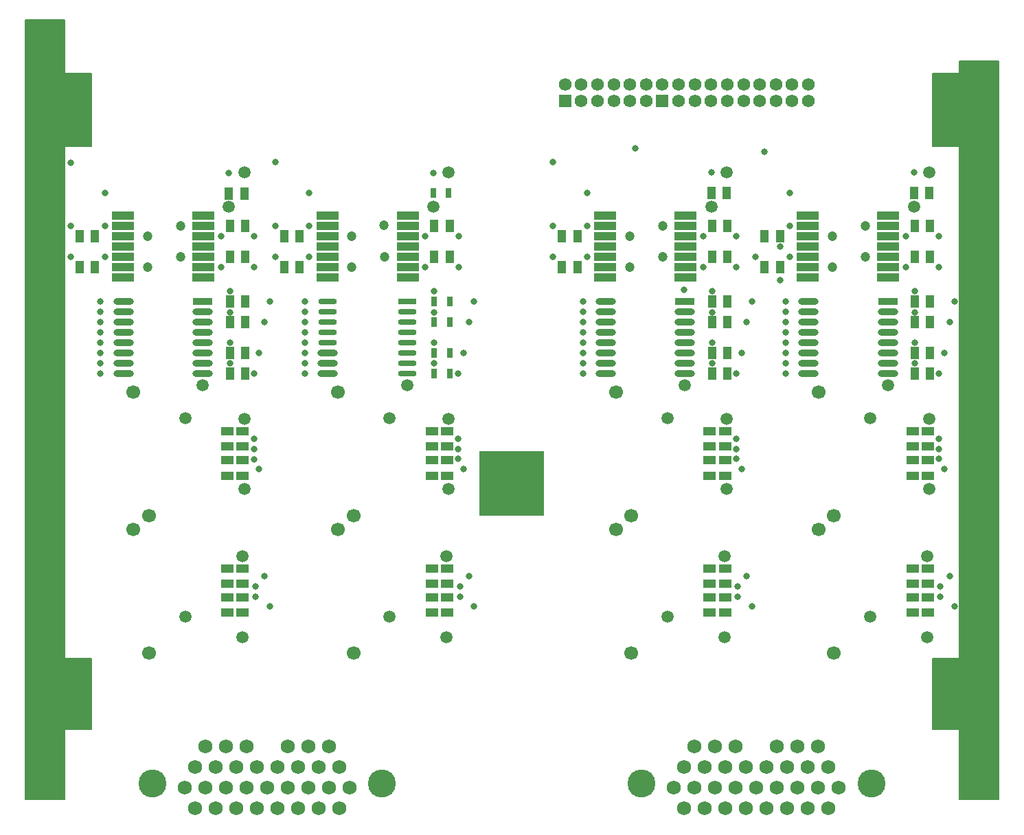
<source format=gbs>
G04*
G04 #@! TF.GenerationSoftware,Altium Limited,Altium Designer,20.1.10 (176)*
G04*
G04 Layer_Color=16711935*
%FSAX42Y42*%
%MOMM*%
G71*
G04*
G04 #@! TF.SameCoordinates,05C6C66F-C92C-4908-9B6B-627AEAEC3FAA*
G04*
G04*
G04 #@! TF.FilePolarity,Negative*
G04*
G01*
G75*
%ADD14R,8.00X8.00*%
%ADD15R,2.74X1.02*%
%ADD16R,1.00X1.50*%
%ADD20O,2.49X0.90*%
%ADD21R,2.49X0.90*%
%ADD26C,1.70*%
%ADD27C,3.45*%
%ADD28C,1.73*%
%ADD29C,1.57*%
%ADD30R,1.57X1.57*%
%ADD31C,6.71*%
%ADD32C,6.55*%
%ADD33C,4.01*%
%ADD34C,0.80*%
%ADD35C,1.20*%
%ADD36C,1.50*%
%ADD38R,0.80X1.30*%
%ADD42O,2.29X0.70*%
%ADD43R,2.29X0.70*%
%ADD65R,1.50X1.00*%
G36*
X005809Y022685D02*
X005811Y022684D01*
X005812Y022684D01*
X005813Y022683D01*
X005814Y022683D01*
X005815Y022682D01*
X005816Y022681D01*
X005817Y022680D01*
X005818Y022678D01*
X005818Y022677D01*
X005818Y022676D01*
X005818Y022675D01*
Y022024D01*
X006138D01*
X006140Y022024D01*
X006141Y022024D01*
X006142Y022024D01*
X006143Y022023D01*
X006145Y022022D01*
X006146Y022021D01*
X006146Y022020D01*
X006147Y022019D01*
X006148Y022018D01*
X006148Y022017D01*
X006148Y022016D01*
X006148Y022014D01*
Y021125D01*
X006148Y021124D01*
X006148Y021123D01*
X006148Y021121D01*
X006147Y021120D01*
X006146Y021119D01*
X006146Y021118D01*
X006145Y021117D01*
X006143Y021116D01*
X006142Y021116D01*
X006141Y021115D01*
X006140Y021115D01*
X006138Y021115D01*
X005818D01*
Y014811D01*
X006138D01*
X006140Y014811D01*
X006141Y014810D01*
X006142Y014810D01*
X006143Y014809D01*
X006145Y014809D01*
X006146Y014808D01*
X006146Y014807D01*
X006147Y014806D01*
X006148Y014804D01*
X006148Y014803D01*
X006148Y014802D01*
X006148Y014801D01*
Y013937D01*
X006148Y013936D01*
X006148Y013934D01*
X006148Y013933D01*
X006147Y013932D01*
X006146Y013931D01*
X006146Y013930D01*
X006145Y013929D01*
X006143Y013928D01*
X006142Y013928D01*
X006141Y013927D01*
X006140Y013927D01*
X006138Y013927D01*
X005818D01*
Y013073D01*
X005818Y013072D01*
X005818Y013071D01*
X005818Y013070D01*
X005817Y013068D01*
X005816Y013067D01*
X005815Y013066D01*
X005814Y013065D01*
X005813Y013065D01*
X005812Y013064D01*
X005811Y013064D01*
X005809Y013063D01*
X005808Y013063D01*
X005326D01*
X005324Y013063D01*
X005323Y013064D01*
X005322Y013064D01*
X005320Y013065D01*
X005319Y013065D01*
X005318Y013066D01*
X005317Y013067D01*
X005317Y013068D01*
X005316Y013070D01*
X005316Y013071D01*
X005315Y013072D01*
X005315Y013073D01*
Y022675D01*
X005315Y022676D01*
X005316Y022677D01*
X005316Y022678D01*
X005317Y022680D01*
X005317Y022681D01*
X005318Y022682D01*
X005319Y022683D01*
X005320Y022683D01*
X005322Y022684D01*
X005323Y022684D01*
X005324Y022685D01*
X005326Y022685D01*
X005808D01*
X005809Y022685D01*
D02*
G37*
G36*
X017327Y022177D02*
X017328Y022177D01*
X017329Y022176D01*
X017331Y022176D01*
X017332Y022175D01*
X017333Y022174D01*
X017334Y022173D01*
X017334Y022172D01*
X017335Y022171D01*
X017335Y022170D01*
X017336Y022168D01*
X017336Y022167D01*
Y013073D01*
X017336Y013072D01*
X017335Y013071D01*
X017335Y013070D01*
X017334Y013068D01*
X017334Y013067D01*
X017333Y013066D01*
X017332Y013065D01*
X017331Y013065D01*
X017329Y013064D01*
X017328Y013064D01*
X017327Y013063D01*
X017326Y013063D01*
X016843D01*
X016842Y013063D01*
X016840Y013064D01*
X016839Y013064D01*
X016838Y013065D01*
X016837Y013065D01*
X016836Y013066D01*
X016835Y013067D01*
X016834Y013068D01*
X016834Y013070D01*
X016833Y013071D01*
X016833Y013072D01*
X016833Y013073D01*
Y013927D01*
X016513D01*
X016511Y013927D01*
X016510Y013927D01*
X016509Y013928D01*
X016508Y013928D01*
X016507Y013929D01*
X016506Y013930D01*
X016505Y013931D01*
X016504Y013932D01*
X016503Y013933D01*
X016503Y013934D01*
X016503Y013936D01*
X016503Y013937D01*
Y014801D01*
X016503Y014802D01*
X016503Y014803D01*
X016503Y014804D01*
X016504Y014806D01*
X016505Y014807D01*
X016506Y014808D01*
X016507Y014809D01*
X016508Y014809D01*
X016509Y014810D01*
X016510Y014810D01*
X016511Y014811D01*
X016513Y014811D01*
X016833D01*
Y021115D01*
X016513D01*
X016511Y021115D01*
X016510Y021115D01*
X016509Y021116D01*
X016508Y021116D01*
X016507Y021117D01*
X016506Y021118D01*
X016505Y021119D01*
X016504Y021120D01*
X016503Y021121D01*
X016503Y021123D01*
X016503Y021124D01*
X016503Y021125D01*
Y022014D01*
X016503Y022016D01*
X016503Y022017D01*
X016503Y022018D01*
X016504Y022019D01*
X016505Y022020D01*
X016506Y022021D01*
X016507Y022022D01*
X016508Y022023D01*
X016509Y022024D01*
X016510Y022024D01*
X016511Y022024D01*
X016513Y022024D01*
X016833D01*
Y022167D01*
X016833Y022168D01*
X016833Y022170D01*
X016834Y022171D01*
X016834Y022172D01*
X016835Y022173D01*
X016836Y022174D01*
X016837Y022175D01*
X016838Y022176D01*
X016839Y022176D01*
X016840Y022177D01*
X016842Y022177D01*
X016843Y022177D01*
X017326D01*
X017327Y022177D01*
D02*
G37*
D14*
X011326Y016966D02*
D03*
D15*
X009050Y020268D02*
D03*
Y020141D02*
D03*
X010040D02*
D03*
Y020268D02*
D03*
X009050Y020014D02*
D03*
Y019887D02*
D03*
Y019760D02*
D03*
Y019633D02*
D03*
Y019506D02*
D03*
X010040Y019760D02*
D03*
Y019633D02*
D03*
Y019887D02*
D03*
Y019506D02*
D03*
Y020014D02*
D03*
X012475Y020268D02*
D03*
Y020141D02*
D03*
X013465D02*
D03*
Y020268D02*
D03*
X012475Y020014D02*
D03*
Y019887D02*
D03*
Y019760D02*
D03*
Y019633D02*
D03*
Y019506D02*
D03*
X013465Y019760D02*
D03*
Y019633D02*
D03*
Y019887D02*
D03*
Y019506D02*
D03*
Y020014D02*
D03*
X015965D02*
D03*
Y019506D02*
D03*
Y019887D02*
D03*
Y019633D02*
D03*
Y019760D02*
D03*
X014975Y019506D02*
D03*
Y019633D02*
D03*
Y019760D02*
D03*
Y019887D02*
D03*
Y020014D02*
D03*
X015965Y020268D02*
D03*
Y020141D02*
D03*
X014975D02*
D03*
Y020268D02*
D03*
X006530Y020268D02*
D03*
Y020141D02*
D03*
X007520D02*
D03*
Y020268D02*
D03*
X006530Y020014D02*
D03*
Y019887D02*
D03*
Y019760D02*
D03*
Y019633D02*
D03*
Y019506D02*
D03*
X007520Y019760D02*
D03*
Y019633D02*
D03*
Y019887D02*
D03*
Y019506D02*
D03*
Y020014D02*
D03*
D16*
X010557Y019760D02*
D03*
X010367D02*
D03*
X008517Y020014D02*
D03*
X008707D02*
D03*
X008517Y019633D02*
D03*
X008707D02*
D03*
X010557Y020141D02*
D03*
X010367D02*
D03*
X008037Y020141D02*
D03*
X007847D02*
D03*
X008027Y020542D02*
D03*
X007837D02*
D03*
X008037Y019760D02*
D03*
X007847D02*
D03*
Y019208D02*
D03*
X008037D02*
D03*
X007847Y018954D02*
D03*
X008037D02*
D03*
Y018573D02*
D03*
X007847D02*
D03*
X008037Y018319D02*
D03*
X007847D02*
D03*
X012132Y020014D02*
D03*
X011942D02*
D03*
X013792Y019760D02*
D03*
X013982D02*
D03*
X012132Y019633D02*
D03*
X011942D02*
D03*
X013982Y020141D02*
D03*
X013792D02*
D03*
X013972Y020543D02*
D03*
X013782D02*
D03*
X013982Y018319D02*
D03*
X013792D02*
D03*
X013982Y018573D02*
D03*
X013792D02*
D03*
X013982Y018954D02*
D03*
X013792D02*
D03*
X013982Y019208D02*
D03*
X013792D02*
D03*
X016292Y019760D02*
D03*
X016482D02*
D03*
X014442Y020014D02*
D03*
X014632D02*
D03*
X016482Y020141D02*
D03*
X016292D02*
D03*
X014442Y019633D02*
D03*
X014632D02*
D03*
X016282Y020543D02*
D03*
X016472D02*
D03*
X016482Y018319D02*
D03*
X016292D02*
D03*
X016482Y018573D02*
D03*
X016292D02*
D03*
X016482Y018954D02*
D03*
X016292D02*
D03*
X016482Y019208D02*
D03*
X016292D02*
D03*
X005997Y020014D02*
D03*
X006187D02*
D03*
X005997Y019633D02*
D03*
X006187D02*
D03*
D20*
X009056Y018573D02*
D03*
Y018446D02*
D03*
Y018319D02*
D03*
X013459Y019081D02*
D03*
Y018954D02*
D03*
Y018827D02*
D03*
Y018700D02*
D03*
Y018573D02*
D03*
Y018446D02*
D03*
Y018319D02*
D03*
X012481Y019208D02*
D03*
Y019081D02*
D03*
Y018954D02*
D03*
Y018827D02*
D03*
Y018700D02*
D03*
Y018573D02*
D03*
Y018446D02*
D03*
Y018319D02*
D03*
X014981D02*
D03*
Y018446D02*
D03*
Y018573D02*
D03*
Y018700D02*
D03*
Y018827D02*
D03*
Y018954D02*
D03*
Y019081D02*
D03*
Y019208D02*
D03*
X015959Y018319D02*
D03*
Y018446D02*
D03*
Y018573D02*
D03*
Y018700D02*
D03*
Y018827D02*
D03*
Y018954D02*
D03*
Y019081D02*
D03*
X006536Y018319D02*
D03*
Y018446D02*
D03*
Y018573D02*
D03*
Y018700D02*
D03*
Y018827D02*
D03*
Y018954D02*
D03*
Y019081D02*
D03*
Y019208D02*
D03*
X007514Y018319D02*
D03*
Y018446D02*
D03*
Y018573D02*
D03*
Y018700D02*
D03*
Y018827D02*
D03*
Y018954D02*
D03*
Y019081D02*
D03*
D21*
X013459Y019208D02*
D03*
X015959D02*
D03*
X007514Y019208D02*
D03*
D26*
X009371Y014875D02*
D03*
X009181Y016399D02*
D03*
X009371Y016569D02*
D03*
X009181Y018093D02*
D03*
X012796Y016569D02*
D03*
X012606Y018093D02*
D03*
X012796Y014875D02*
D03*
X012606Y016399D02*
D03*
X015106D02*
D03*
X015296Y014875D02*
D03*
X015106Y018093D02*
D03*
X015296Y016569D02*
D03*
X006661Y016398D02*
D03*
X006851Y014874D02*
D03*
X006661Y018093D02*
D03*
X006851Y016569D02*
D03*
D27*
X006893Y013267D02*
D03*
X009725D02*
D03*
X012925D02*
D03*
X015757D02*
D03*
D28*
X008435Y013470D02*
D03*
X007673D02*
D03*
X007927D02*
D03*
X008181D02*
D03*
X007419D02*
D03*
X008689D02*
D03*
X008943D02*
D03*
X009197D02*
D03*
X008054Y013216D02*
D03*
X009324D02*
D03*
X007292D02*
D03*
X007546D02*
D03*
X007800D02*
D03*
X008308D02*
D03*
X008562D02*
D03*
X008816D02*
D03*
X009070D02*
D03*
X007419Y012962D02*
D03*
X007673D02*
D03*
X007927D02*
D03*
X008181D02*
D03*
X008435D02*
D03*
X008689D02*
D03*
X008943D02*
D03*
X009197D02*
D03*
X008562Y013724D02*
D03*
X007800D02*
D03*
X008054D02*
D03*
X007546D02*
D03*
X008816D02*
D03*
X009070D02*
D03*
X014467Y013470D02*
D03*
X013705D02*
D03*
X013959D02*
D03*
X014213D02*
D03*
X013451D02*
D03*
X014721D02*
D03*
X014975D02*
D03*
X015229D02*
D03*
X014086Y013216D02*
D03*
X015356D02*
D03*
X013324D02*
D03*
X013578D02*
D03*
X013832D02*
D03*
X014340D02*
D03*
X014594D02*
D03*
X014848D02*
D03*
X015102D02*
D03*
X013451Y012962D02*
D03*
X013705D02*
D03*
X013959D02*
D03*
X014213D02*
D03*
X014467D02*
D03*
X014721D02*
D03*
X014975D02*
D03*
X015229D02*
D03*
X014594Y013724D02*
D03*
X013832D02*
D03*
X014086D02*
D03*
X013578D02*
D03*
X014848D02*
D03*
X015102D02*
D03*
D29*
X014980Y021884D02*
D03*
X014780D02*
D03*
X014580D02*
D03*
X014180Y021684D02*
D03*
X014380Y021884D02*
D03*
Y021684D02*
D03*
X014180Y021884D02*
D03*
X013180D02*
D03*
X013380Y021684D02*
D03*
Y021884D02*
D03*
X013580D02*
D03*
X013780D02*
D03*
X013980Y021684D02*
D03*
Y021884D02*
D03*
X013580Y021684D02*
D03*
X013780D02*
D03*
X014980D02*
D03*
X014780D02*
D03*
X014580D02*
D03*
X012780Y021884D02*
D03*
Y021684D02*
D03*
X012580Y021884D02*
D03*
Y021684D02*
D03*
X012380Y021884D02*
D03*
Y021684D02*
D03*
X012180Y021884D02*
D03*
Y021684D02*
D03*
X011980Y021884D02*
D03*
X012980D02*
D03*
Y021684D02*
D03*
D30*
X013180D02*
D03*
X011980D02*
D03*
D31*
X011326Y016967D02*
D03*
D32*
X016926Y021567D02*
D03*
Y014367D02*
D03*
X005726D02*
D03*
Y021567D02*
D03*
D33*
X017076Y016467D02*
D03*
Y019467D02*
D03*
X005576D02*
D03*
X005576Y016467D02*
D03*
D34*
X013450Y019350D02*
D03*
X013792Y019335D02*
D03*
X011831Y019760D02*
D03*
X012850Y021100D02*
D03*
X010357Y020796D02*
D03*
X008406Y019760D02*
D03*
X008828Y019760D02*
D03*
X010258Y019633D02*
D03*
Y020014D02*
D03*
X010684Y015571D02*
D03*
Y015696D02*
D03*
X010665Y017391D02*
D03*
Y017516D02*
D03*
X010666Y019633D02*
D03*
Y020015D02*
D03*
X010860Y019208D02*
D03*
X008406Y020141D02*
D03*
Y020924D02*
D03*
X008828Y020141D02*
D03*
Y020546D02*
D03*
X010665Y017266D02*
D03*
Y018319D02*
D03*
X010860Y015446D02*
D03*
X008774Y018446D02*
D03*
Y018573D02*
D03*
Y018827D02*
D03*
Y018954D02*
D03*
Y019208D02*
D03*
X010367Y018446D02*
D03*
X010730Y017141D02*
D03*
Y018573D02*
D03*
X010795Y018954D02*
D03*
X008774Y018319D02*
D03*
Y018700D02*
D03*
Y019081D02*
D03*
X010367Y018701D02*
D03*
Y019076D02*
D03*
Y019335D02*
D03*
X010795Y015821D02*
D03*
X007837Y020796D02*
D03*
X014632Y019887D02*
D03*
Y019475D02*
D03*
X014442Y021057D02*
D03*
X016292Y019335D02*
D03*
X016591Y019633D02*
D03*
X016292Y019076D02*
D03*
Y018701D02*
D03*
Y018446D02*
D03*
X014753Y020546D02*
D03*
X016282Y020798D02*
D03*
X014699Y019208D02*
D03*
Y019081D02*
D03*
Y018954D02*
D03*
Y018827D02*
D03*
Y018700D02*
D03*
Y018573D02*
D03*
Y018446D02*
D03*
Y018319D02*
D03*
X016591Y020015D02*
D03*
X014331Y019760D02*
D03*
X016183Y019633D02*
D03*
Y020014D02*
D03*
X014753Y019760D02*
D03*
Y020141D02*
D03*
X016590Y017266D02*
D03*
X016655Y018573D02*
D03*
Y017141D02*
D03*
X016590Y017391D02*
D03*
Y018319D02*
D03*
Y017516D02*
D03*
X016785Y019208D02*
D03*
Y015446D02*
D03*
X016609Y015571D02*
D03*
X016720Y018954D02*
D03*
Y015821D02*
D03*
X016609Y015696D02*
D03*
X014091Y019633D02*
D03*
X013792Y019076D02*
D03*
Y018701D02*
D03*
Y018446D02*
D03*
X011831Y020924D02*
D03*
X012253Y020546D02*
D03*
X013782Y020798D02*
D03*
X012199Y019208D02*
D03*
Y019081D02*
D03*
Y018954D02*
D03*
Y018827D02*
D03*
Y018700D02*
D03*
Y018573D02*
D03*
Y018446D02*
D03*
Y018319D02*
D03*
X014091Y020015D02*
D03*
X011831Y020141D02*
D03*
X013683Y019633D02*
D03*
Y020014D02*
D03*
X012253Y019760D02*
D03*
Y020141D02*
D03*
X014090Y017266D02*
D03*
X014155Y018573D02*
D03*
Y017141D02*
D03*
X014090Y017391D02*
D03*
Y018319D02*
D03*
Y017516D02*
D03*
X014285Y019208D02*
D03*
Y015446D02*
D03*
X014109Y015571D02*
D03*
X014220Y018954D02*
D03*
Y015821D02*
D03*
X014109Y015696D02*
D03*
X006308Y020546D02*
D03*
X008275Y015821D02*
D03*
X008164Y015696D02*
D03*
X005886Y020923D02*
D03*
X007847Y018445D02*
D03*
Y019075D02*
D03*
Y018700D02*
D03*
Y019335D02*
D03*
X008146Y020015D02*
D03*
X005886Y019760D02*
D03*
Y020141D02*
D03*
X008340Y019208D02*
D03*
Y015446D02*
D03*
X008146Y019633D02*
D03*
X006254Y019208D02*
D03*
Y019081D02*
D03*
Y018954D02*
D03*
Y018827D02*
D03*
Y018700D02*
D03*
Y018573D02*
D03*
Y018446D02*
D03*
Y018319D02*
D03*
X006308Y020141D02*
D03*
Y019759D02*
D03*
X007738Y020014D02*
D03*
Y019633D02*
D03*
X008210Y018573D02*
D03*
Y017140D02*
D03*
X008145Y017265D02*
D03*
Y018319D02*
D03*
Y017515D02*
D03*
Y017390D02*
D03*
X008164Y015571D02*
D03*
X008275Y018954D02*
D03*
D35*
X009750Y020150D02*
D03*
X009352Y019633D02*
D03*
Y020014D02*
D03*
X009759Y019760D02*
D03*
X015277Y019633D02*
D03*
Y020014D02*
D03*
X015684Y019760D02*
D03*
Y020141D02*
D03*
X012777Y019633D02*
D03*
Y020014D02*
D03*
X013184Y019760D02*
D03*
Y020141D02*
D03*
X006832Y019633D02*
D03*
X007239Y020141D02*
D03*
Y019760D02*
D03*
X006832Y020014D02*
D03*
D36*
X010034Y018176D02*
D03*
X010547Y017761D02*
D03*
X010520Y015071D02*
D03*
Y016071D02*
D03*
X010547Y016898D02*
D03*
Y020798D02*
D03*
X010357Y020375D02*
D03*
X009819Y015321D02*
D03*
Y017770D02*
D03*
X016472Y017761D02*
D03*
Y016898D02*
D03*
X016445Y016071D02*
D03*
X015744Y017770D02*
D03*
Y015321D02*
D03*
X016445Y015071D02*
D03*
X016282Y020375D02*
D03*
X016472Y020798D02*
D03*
X015959Y018176D02*
D03*
X013972Y017761D02*
D03*
Y016898D02*
D03*
X013945Y016071D02*
D03*
X013244Y017770D02*
D03*
Y015321D02*
D03*
X013945Y015071D02*
D03*
X013782Y020375D02*
D03*
X013972Y020798D02*
D03*
X013459Y018176D02*
D03*
X008000Y015071D02*
D03*
Y016071D02*
D03*
X008027Y020797D02*
D03*
X007514Y018176D02*
D03*
X007837Y020374D02*
D03*
X008027Y017760D02*
D03*
Y016897D02*
D03*
X007299Y017770D02*
D03*
Y015321D02*
D03*
D38*
X010357Y020543D02*
D03*
X010547D02*
D03*
X010557Y018319D02*
D03*
X010367D02*
D03*
X010557Y018573D02*
D03*
X010367D02*
D03*
X010557Y018954D02*
D03*
X010367D02*
D03*
X010557Y019208D02*
D03*
X010367D02*
D03*
D42*
X010034Y019081D02*
D03*
Y018954D02*
D03*
Y018827D02*
D03*
Y018700D02*
D03*
Y018573D02*
D03*
Y018446D02*
D03*
Y018319D02*
D03*
X009056Y019208D02*
D03*
Y019081D02*
D03*
Y018954D02*
D03*
Y018827D02*
D03*
Y018700D02*
D03*
D43*
X010034Y019208D02*
D03*
D65*
X010339Y015919D02*
D03*
Y015729D02*
D03*
X010527Y015919D02*
D03*
Y015729D02*
D03*
X010339Y015371D02*
D03*
Y015561D02*
D03*
X010527Y015371D02*
D03*
Y015561D02*
D03*
X010339Y017610D02*
D03*
Y017420D02*
D03*
X010527Y017610D02*
D03*
Y017420D02*
D03*
X010339Y017060D02*
D03*
Y017250D02*
D03*
X010527Y017060D02*
D03*
Y017250D02*
D03*
X007819Y017609D02*
D03*
Y017419D02*
D03*
Y017060D02*
D03*
Y017249D02*
D03*
Y015918D02*
D03*
Y015728D02*
D03*
Y015371D02*
D03*
Y015561D02*
D03*
X013764Y015729D02*
D03*
Y015919D02*
D03*
Y017420D02*
D03*
Y017610D02*
D03*
Y017250D02*
D03*
Y017060D02*
D03*
X013952D02*
D03*
Y017250D02*
D03*
Y015371D02*
D03*
Y015561D02*
D03*
X013764Y015371D02*
D03*
Y015561D02*
D03*
X013952Y015919D02*
D03*
Y015729D02*
D03*
X008007Y017249D02*
D03*
Y017060D02*
D03*
Y015728D02*
D03*
Y015918D02*
D03*
Y015561D02*
D03*
Y015371D02*
D03*
X013952Y017420D02*
D03*
Y017610D02*
D03*
X016264Y015919D02*
D03*
Y015729D02*
D03*
X016452Y015919D02*
D03*
Y015729D02*
D03*
X016264Y015371D02*
D03*
Y015561D02*
D03*
X016452Y015371D02*
D03*
Y015561D02*
D03*
X016264Y017610D02*
D03*
Y017420D02*
D03*
X016452D02*
D03*
Y017610D02*
D03*
X016264Y017060D02*
D03*
Y017250D02*
D03*
X016452Y017060D02*
D03*
Y017250D02*
D03*
X008007Y017609D02*
D03*
Y017419D02*
D03*
M02*

</source>
